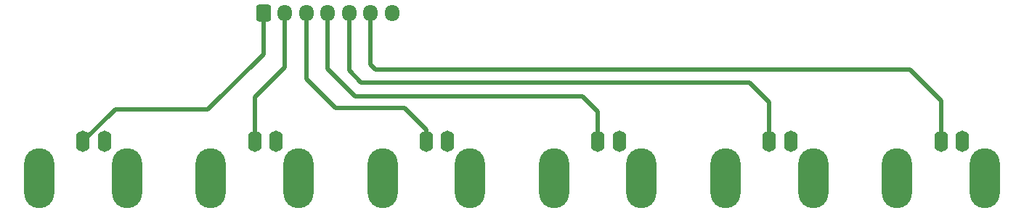
<source format=gbr>
%TF.GenerationSoftware,KiCad,Pcbnew,(6.0.4)*%
%TF.CreationDate,2023-12-08T17:35:57+01:00*%
%TF.ProjectId,BlankingRelay_Top1,426c616e-6b69-46e6-9752-656c61795f54,rev?*%
%TF.SameCoordinates,Original*%
%TF.FileFunction,Copper,L1,Top*%
%TF.FilePolarity,Positive*%
%FSLAX46Y46*%
G04 Gerber Fmt 4.6, Leading zero omitted, Abs format (unit mm)*
G04 Created by KiCad (PCBNEW (6.0.4)) date 2023-12-08 17:35:57*
%MOMM*%
%LPD*%
G01*
G04 APERTURE LIST*
G04 Aperture macros list*
%AMRoundRect*
0 Rectangle with rounded corners*
0 $1 Rounding radius*
0 $2 $3 $4 $5 $6 $7 $8 $9 X,Y pos of 4 corners*
0 Add a 4 corners polygon primitive as box body*
4,1,4,$2,$3,$4,$5,$6,$7,$8,$9,$2,$3,0*
0 Add four circle primitives for the rounded corners*
1,1,$1+$1,$2,$3*
1,1,$1+$1,$4,$5*
1,1,$1+$1,$6,$7*
1,1,$1+$1,$8,$9*
0 Add four rect primitives between the rounded corners*
20,1,$1+$1,$2,$3,$4,$5,0*
20,1,$1+$1,$4,$5,$6,$7,0*
20,1,$1+$1,$6,$7,$8,$9,0*
20,1,$1+$1,$8,$9,$2,$3,0*%
G04 Aperture macros list end*
%TA.AperFunction,ComponentPad*%
%ADD10O,1.600200X2.499360*%
%TD*%
%TA.AperFunction,ComponentPad*%
%ADD11O,3.500120X7.000240*%
%TD*%
%TA.AperFunction,ComponentPad*%
%ADD12RoundRect,0.250000X-0.600000X-0.725000X0.600000X-0.725000X0.600000X0.725000X-0.600000X0.725000X0*%
%TD*%
%TA.AperFunction,ComponentPad*%
%ADD13O,1.700000X1.950000*%
%TD*%
%TA.AperFunction,Conductor*%
%ADD14C,0.500000*%
%TD*%
%TA.AperFunction,Conductor*%
%ADD15C,0.250000*%
%TD*%
G04 APERTURE END LIST*
D10*
%TO.P,J7,2,Ext*%
%TO.N,GNDREF*%
X177499360Y-129998740D03*
%TO.P,J7,1,In*%
%TO.N,Blanking_Out6*%
X175000000Y-129998740D03*
D11*
%TO.P,J7,2,Ext*%
%TO.N,GNDREF*%
X169899680Y-134263400D03*
X180097780Y-134263400D03*
%TD*%
D10*
%TO.P,J6,2,Ext*%
%TO.N,GNDREF*%
X157499360Y-129998740D03*
%TO.P,J6,1,In*%
%TO.N,Blanking_Out5*%
X155000000Y-129998740D03*
D11*
%TO.P,J6,2,Ext*%
%TO.N,GNDREF*%
X149899680Y-134263400D03*
X160097780Y-134263400D03*
%TD*%
D10*
%TO.P,J5,2,Ext*%
%TO.N,GNDREF*%
X137499360Y-129998740D03*
%TO.P,J5,1,In*%
%TO.N,Blanking_Out4*%
X135000000Y-129998740D03*
D11*
%TO.P,J5,2,Ext*%
%TO.N,GNDREF*%
X129899680Y-134263400D03*
X140097780Y-134263400D03*
%TD*%
D10*
%TO.P,J4,2,Ext*%
%TO.N,GNDREF*%
X117499360Y-129998740D03*
%TO.P,J4,1,In*%
%TO.N,Blanking_Out3*%
X115000000Y-129998740D03*
D11*
%TO.P,J4,2,Ext*%
%TO.N,GNDREF*%
X109899680Y-134263400D03*
X120097780Y-134263400D03*
%TD*%
D10*
%TO.P,J3,2,Ext*%
%TO.N,GNDREF*%
X97499360Y-129998740D03*
%TO.P,J3,1,In*%
%TO.N,Blanking_Out2*%
X95000000Y-129998740D03*
D11*
%TO.P,J3,2,Ext*%
%TO.N,GNDREF*%
X89899680Y-134263400D03*
X100097780Y-134263400D03*
%TD*%
D10*
%TO.P,J2,2,Ext*%
%TO.N,GNDREF*%
X77499360Y-129998740D03*
%TO.P,J2,1,In*%
%TO.N,Blanking_Out1*%
X75000000Y-129998740D03*
D11*
%TO.P,J2,2,Ext*%
%TO.N,GNDREF*%
X69899680Y-134263400D03*
X80097780Y-134263400D03*
%TD*%
D12*
%TO.P,J1,1,Pin_1*%
%TO.N,Blanking_Out1*%
X96000000Y-115000000D03*
D13*
%TO.P,J1,2,Pin_2*%
%TO.N,Blanking_Out2*%
X98500000Y-115000000D03*
%TO.P,J1,3,Pin_3*%
%TO.N,Blanking_Out3*%
X101000000Y-115000000D03*
%TO.P,J1,4,Pin_4*%
%TO.N,Blanking_Out4*%
X103500000Y-115000000D03*
%TO.P,J1,5,Pin_5*%
%TO.N,Blanking_Out5*%
X106000000Y-115000000D03*
%TO.P,J1,6,Pin_6*%
%TO.N,Blanking_Out6*%
X108500000Y-115000000D03*
%TO.P,J1,7,Pin_7*%
%TO.N,GNDREF*%
X111000000Y-115000000D03*
%TD*%
D14*
%TO.N,Blanking_Out1*%
X89550630Y-126249370D02*
X78749370Y-126249370D01*
X96000000Y-119800000D02*
X89550630Y-126249370D01*
X75000000Y-129998740D02*
X78749370Y-126249370D01*
X96000000Y-115000000D02*
X96000000Y-119800000D01*
%TO.N,Blanking_Out6*%
X175000000Y-125200000D02*
X175000000Y-129998740D01*
X171400000Y-121600000D02*
X175000000Y-125200000D01*
X108500000Y-121000000D02*
X109100000Y-121600000D01*
X108500000Y-115000000D02*
X108500000Y-121000000D01*
X109100000Y-121600000D02*
X171400000Y-121600000D01*
%TO.N,Blanking_Out5*%
X152700000Y-123100000D02*
X155000000Y-125400000D01*
X107400000Y-123100000D02*
X152700000Y-123100000D01*
X106000000Y-121700000D02*
X107400000Y-123100000D01*
X106000000Y-115000000D02*
X106000000Y-121700000D01*
X155000000Y-125400000D02*
X155000000Y-129998740D01*
%TO.N,Blanking_Out4*%
X133200000Y-124700000D02*
X135000000Y-126500000D01*
X103500000Y-121500000D02*
X106700000Y-124700000D01*
X106700000Y-124700000D02*
X133200000Y-124700000D01*
X103500000Y-115000000D02*
X103500000Y-121500000D01*
X135000000Y-126500000D02*
X135000000Y-129998740D01*
%TO.N,Blanking_Out3*%
X112500000Y-126100000D02*
X115000000Y-128600000D01*
X104400000Y-126100000D02*
X112500000Y-126100000D01*
X115000000Y-128600000D02*
X115000000Y-129998740D01*
X101000000Y-122700000D02*
X104400000Y-126100000D01*
X101000000Y-115000000D02*
X101000000Y-122700000D01*
%TO.N,Blanking_Out2*%
X95000000Y-124800000D02*
X95000000Y-129998740D01*
X98500000Y-115000000D02*
X98500000Y-121300000D01*
X98500000Y-121300000D02*
X95000000Y-124800000D01*
D15*
%TO.N,Blanking_Out3*%
X115000000Y-129000000D02*
X115000000Y-129998740D01*
%TD*%
M02*

</source>
